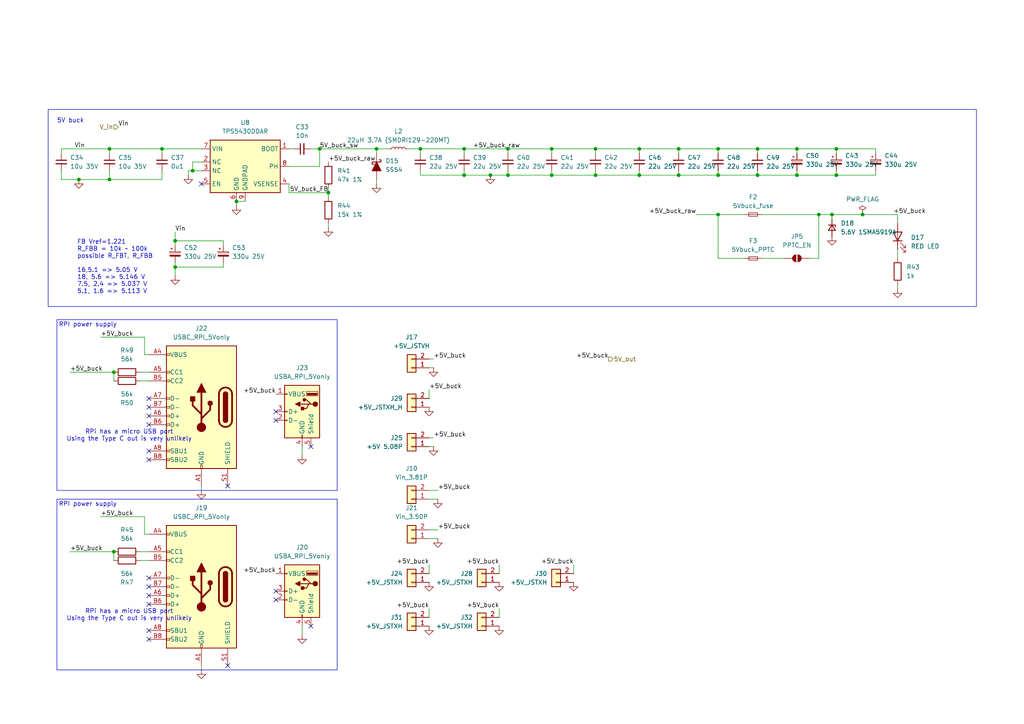
<source format=kicad_sch>
(kicad_sch (version 20231120) (generator "eeschema") (generator_version "8.0")
  (paper "A4")
  (title_block (title "PWRboard1") (date "2025-05-04") (rev "1.0") (company "NTURacing Team") (comment 1 "Jack Kuo"))
  (lib_symbols
    (symbol "Connector:USB_A" (pin_names (offset 1.016))
      (property "Reference" "J" (at -5.08 11.43 0))
      (property "Value" "USB_A" (at -5.08 8.89 0))
      (symbol "USB_A_0_1"
        (rectangle (start -5.08 -7.62) (end 5.08 7.62) (stroke (width 0.254)) (fill (type background)))
        (circle (center -3.81 2.159) (radius 0.635) (stroke (width 0.254)) (fill (type outline)))
        (rectangle (start -1.524 4.826) (end -4.318 5.334) (fill (type outline)))
        (rectangle (start -1.27 4.572) (end -4.572 5.842))
        (circle (center -0.635 3.429) (radius 0.381) (stroke (width 0.254)) (fill (type outline)))
        (rectangle (start -0.127 -7.62) (end 0.127 -6.858))
        (polyline (pts (xy -3.175 2.159) (xy -2.54 2.159) (xy -1.27 3.429) (xy -0.635 3.429)) (stroke (width 0.254)))
        (polyline (pts (xy -2.54 2.159) (xy -1.905 2.159) (xy -1.27 0.889) (xy 0 0.889)) (stroke (width 0.254)))
        (polyline (pts (xy 0.635 2.794) (xy 0.635 1.524) (xy 1.905 2.159) (xy 0.635 2.794)) (stroke (width 0.254)) (fill (type outline)))
        (rectangle (start 0.254 1.27) (end -0.508 0.508) (stroke (width 0.254)) (fill (type outline)))
        (rectangle (start 5.08 -2.667) (end 4.318 -2.413))
        (rectangle (start 5.08 -0.127) (end 4.318 0.127))
        (rectangle (start 5.08 4.953) (end 4.318 5.207))
      )
      (symbol "USB_A_1_1"
        (polyline (pts (xy -1.905 2.159) (xy 0.635 2.159)) (stroke (width 0.254)))
        (pin power_in line (at 7.62 5.08 180) (length 2.54) (name "VBUS") (number "1"))
        (pin bidirectional line (at 7.62 -2.54 180) (length 2.54) (name "D-") (number "2"))
        (pin bidirectional line (at 7.62 0 180) (length 2.54) (name "D+") (number "3"))
        (pin power_in line (at 0 -10.16 90) (length 2.54) (name "GND") (number "4"))
        (pin passive line (at -2.54 -10.16 90) (length 2.54) (name "Shield") (number "5"))
      )
    )
    (symbol "Connector:USB_C_Receptacle_USB2.0_16P" (pin_names (offset 1.016))
      (property "Reference" "J" (at 0 22.225 0))
      (property "Value" "USB_C_Receptacle_USB2.0_16P" (at 0 19.685 0))
      (symbol "USB_C_Receptacle_USB2.0_16P_0_0"
        (rectangle (start -0.254 -17.78) (end 0.254 -16.764))
        (rectangle (start 10.16 -14.986) (end 9.144 -15.494))
        (rectangle (start 10.16 -12.446) (end 9.144 -12.954))
        (rectangle (start 10.16 -4.826) (end 9.144 -5.334))
        (rectangle (start 10.16 -2.286) (end 9.144 -2.794))
        (rectangle (start 10.16 0.254) (end 9.144 -0.254))
        (rectangle (start 10.16 2.794) (end 9.144 2.286))
        (rectangle (start 10.16 7.874) (end 9.144 7.366))
        (rectangle (start 10.16 10.414) (end 9.144 9.906))
        (rectangle (start 10.16 15.494) (end 9.144 14.986))
      )
      (symbol "USB_C_Receptacle_USB2.0_16P_0_1"
        (rectangle (start -10.16 17.78) (end 10.16 -17.78) (stroke (width 0.254)) (fill (type background)))
        (arc (start -8.89 -3.81) (mid -6.985 -5.7067) (end -5.08 -3.81) (stroke (width 0.508)))
        (arc (start -7.62 -3.81) (mid -6.985 -4.4423) (end -6.35 -3.81) (stroke (width 0.254)))
        (arc (start -7.62 -3.81) (mid -6.985 -4.4423) (end -6.35 -3.81) (stroke (width 0.254)) (fill (type outline)))
        (rectangle (start -7.62 -3.81) (end -6.35 3.81) (stroke (width 0.254)) (fill (type outline)))
        (arc (start -6.35 3.81) (mid -6.985 4.4423) (end -7.62 3.81) (stroke (width 0.254)))
        (arc (start -6.35 3.81) (mid -6.985 4.4423) (end -7.62 3.81) (stroke (width 0.254)) (fill (type outline)))
        (arc (start -5.08 3.81) (mid -6.985 5.7067) (end -8.89 3.81) (stroke (width 0.508)))
        (circle (center -2.54 1.143) (radius 0.635) (stroke (width 0.254)) (fill (type outline)))
        (circle (center 0 -5.842) (radius 1.27) (fill (type outline)))
        (polyline (pts (xy -8.89 -3.81) (xy -8.89 3.81)) (stroke (width 0.508)))
        (polyline (pts (xy -5.08 3.81) (xy -5.08 -3.81)) (stroke (width 0.508)))
        (polyline (pts (xy 0 -5.842) (xy 0 4.318)) (stroke (width 0.508)))
        (polyline (pts (xy 0 -3.302) (xy -2.54 -0.762) (xy -2.54 0.508)) (stroke (width 0.508)))
        (polyline (pts (xy 0 -2.032) (xy 2.54 0.508) (xy 2.54 1.778)) (stroke (width 0.508)))
        (polyline (pts (xy -1.27 4.318) (xy 0 6.858) (xy 1.27 4.318) (xy -1.27 4.318)) (stroke (width 0.254)) (fill (type outline)))
        (rectangle (start 1.905 1.778) (end 3.175 3.048) (stroke (width 0.254)) (fill (type outline)))
      )
      (symbol "USB_C_Receptacle_USB2.0_16P_1_1"
        (pin passive line (at 0 -22.86 90) (length 5.08) (name "GND") (number "A1"))
        (pin passive line (at 0 -22.86 90) (length 5.08) hide (name "GND") (number "A12"))
        (pin passive line (at 15.24 15.24 180) (length 5.08) (name "VBUS") (number "A4"))
        (pin bidirectional line (at 15.24 10.16 180) (length 5.08) (name "CC1") (number "A5"))
        (pin bidirectional line (at 15.24 -2.54 180) (length 5.08) (name "D+") (number "A6"))
        (pin bidirectional line (at 15.24 2.54 180) (length 5.08) (name "D-") (number "A7"))
        (pin bidirectional line (at 15.24 -12.7 180) (length 5.08) (name "SBU1") (number "A8"))
        (pin passive line (at 15.24 15.24 180) (length 5.08) hide (name "VBUS") (number "A9"))
        (pin passive line (at 0 -22.86 90) (length 5.08) hide (name "GND") (number "B1"))
        (pin passive line (at 0 -22.86 90) (length 5.08) hide (name "GND") (number "B12"))
        (pin passive line (at 15.24 15.24 180) (length 5.08) hide (name "VBUS") (number "B4"))
        (pin bidirectional line (at 15.24 7.62 180) (length 5.08) (name "CC2") (number "B5"))
        (pin bidirectional line (at 15.24 -5.08 180) (length 5.08) (name "D+") (number "B6"))
        (pin bidirectional line (at 15.24 0 180) (length 5.08) (name "D-") (number "B7"))
        (pin bidirectional line (at 15.24 -15.24 180) (length 5.08) (name "SBU2") (number "B8"))
        (pin passive line (at 15.24 15.24 180) (length 5.08) hide (name "VBUS") (number "B9"))
        (pin passive line (at -7.62 -22.86 90) (length 5.08) (name "SHIELD") (number "S1"))
      )
    )
    (symbol "Connector_Generic:Conn_01x02" (pin_names (offset 1.016) hide)
      (property "Reference" "J" (at 0 2.54 0))
      (property "Value" "Conn_01x02" (at 0 -5.08 0))
      (symbol "Conn_01x02_1_1"
        (rectangle (start -1.27 -2.413) (end 0 -2.667) (stroke (width 0.1524)))
        (rectangle (start -1.27 0.127) (end 0 -0.127) (stroke (width 0.1524)))
        (rectangle (start -1.27 1.27) (end 1.27 -3.81) (stroke (width 0.254)) (fill (type background)))
        (pin passive line (at -5.08 0 0) (length 3.81) (name "Pin_1") (number "1"))
        (pin passive line (at -5.08 -2.54 0) (length 3.81) (name "Pin_2") (number "2"))
      )
    )
    (symbol "Device:C_Polarized_Small" (pin_numbers hide) (pin_names (offset 0.254) hide)
      (property "Reference" "C" (at 0.254 1.778 0))
      (property "Value" "C_Polarized_Small" (at 0.254 -2.032 0))
      (symbol "C_Polarized_Small_0_1"
        (rectangle (start -1.524 -0.3048) (end 1.524 -0.6858) (fill (type outline)))
        (rectangle (start -1.524 0.6858) (end 1.524 0.3048))
        (polyline (pts (xy -1.27 1.524) (xy -0.762 1.524)))
        (polyline (pts (xy -1.016 1.27) (xy -1.016 1.778)))
      )
      (symbol "C_Polarized_Small_1_1"
        (pin passive line (at 0 2.54 270) (length 1.8542) (name "~") (number "1"))
        (pin passive line (at 0 -2.54 90) (length 1.8542) (name "~") (number "2"))
      )
    )
    (symbol "Device:C_Small" (pin_numbers hide) (pin_names (offset 0.254) hide)
      (property "Reference" "C" (at 0.254 1.778 0))
      (property "Value" "C_Small" (at 0.254 -2.032 0))
      (symbol "C_Small_0_1"
        (polyline (pts (xy -1.524 -0.508) (xy 1.524 -0.508)) (stroke (width 0.3302)))
        (polyline (pts (xy -1.524 0.508) (xy 1.524 0.508)) (stroke (width 0.3048)))
      )
      (symbol "C_Small_1_1"
        (pin passive line (at 0 2.54 270) (length 2.032) (name "~") (number "1"))
        (pin passive line (at 0 -2.54 90) (length 2.032) (name "~") (number "2"))
      )
    )
    (symbol "Device:D_Zener_Small" (pin_numbers hide) (pin_names (offset 0.254) hide)
      (property "Reference" "D" (at 0 2.286 0))
      (property "Value" "D_Zener_Small" (at 0 -2.286 0))
      (symbol "D_Zener_Small_0_1"
        (polyline (pts (xy 0.762 0) (xy -0.762 0)))
        (polyline (pts (xy -0.254 1.016) (xy -0.762 1.016) (xy -0.762 -1.016)) (stroke (width 0.254)))
        (polyline (pts (xy 0.762 1.016) (xy -0.762 0) (xy 0.762 -1.016) (xy 0.762 1.016)) (stroke (width 0.254)))
      )
      (symbol "D_Zener_Small_1_1"
        (pin passive line (at -2.54 0 0) (length 1.778) (name "K") (number "1"))
        (pin passive line (at 2.54 0 180) (length 1.778) (name "A") (number "2"))
      )
    )
    (symbol "Device:Fuse_Small" (pin_numbers hide) (pin_names (offset 0.254) hide)
      (property "Reference" "F" (at 0 -1.524 0))
      (property "Value" "Fuse_Small" (at 0 1.524 0))
      (symbol "Fuse_Small_0_1"
        (rectangle (start -1.27 0.508) (end 1.27 -0.508))
        (polyline (pts (xy -1.27 0) (xy 1.27 0)))
      )
      (symbol "Fuse_Small_1_1"
        (pin passive line (at -2.54 0 0) (length 1.27) (name "~") (number "1"))
        (pin passive line (at 2.54 0 180) (length 1.27) (name "~") (number "2"))
      )
    )
    (symbol "Device:LED" (pin_numbers hide) (pin_names (offset 1.016) hide)
      (property "Reference" "D" (at 0 2.54 0))
      (property "Value" "LED" (at 0 -2.54 0))
      (symbol "LED_0_1"
        (polyline (pts (xy -1.27 -1.27) (xy -1.27 1.27)) (stroke (width 0.254)))
        (polyline (pts (xy -1.27 0) (xy 1.27 0)))
        (polyline (pts (xy 1.27 -1.27) (xy 1.27 1.27) (xy -1.27 0) (xy 1.27 -1.27)) (stroke (width 0.254)))
        (polyline (pts (xy -3.048 -0.762) (xy -4.572 -2.286) (xy -3.81 -2.286) (xy -4.572 -2.286) (xy -4.572 -1.524)))
        (polyline (pts (xy -1.778 -0.762) (xy -3.302 -2.286) (xy -2.54 -2.286) (xy -3.302 -2.286) (xy -3.302 -1.524)))
      )
      (symbol "LED_1_1"
        (pin passive line (at -3.81 0 0) (length 2.54) (name "K") (number "1"))
        (pin passive line (at 3.81 0 180) (length 2.54) (name "A") (number "2"))
      )
    )
    (symbol "Device:L_Small" (pin_numbers hide) (pin_names (offset 0.254) hide)
      (property "Reference" "L" (at 0.762 1.016 0))
      (property "Value" "L_Small" (at 0.762 -1.016 0))
      (symbol "L_Small_0_1"
        (arc (start 0 -2.032) (mid 0.5058 -1.524) (end 0 -1.016))
        (arc (start 0 -1.016) (mid 0.5058 -0.508) (end 0 0))
        (arc (start 0 0) (mid 0.5058 0.508) (end 0 1.016))
        (arc (start 0 1.016) (mid 0.5058 1.524) (end 0 2.032))
      )
      (symbol "L_Small_1_1"
        (pin passive line (at 0 2.54 270) (length 0.508) (name "~") (number "1"))
        (pin passive line (at 0 -2.54 90) (length 0.508) (name "~") (number "2"))
      )
    )
    (symbol "Device:R" (pin_numbers hide) (pin_names (offset 0))
      (property "Reference" "R" (at 2.032 0 90))
      (property "Value" "R" (at 0 0 90))
      (symbol "R_0_1"
        (rectangle (start -1.016 -2.54) (end 1.016 2.54) (stroke (width 0.254)))
      )
      (symbol "R_1_1"
        (pin passive line (at 0 3.81 270) (length 1.27) (name "~") (number "1"))
        (pin passive line (at 0 -3.81 90) (length 1.27) (name "~") (number "2"))
      )
    )
    (symbol "Jumper:SolderJumper_2_Open" (pin_numbers hide) (pin_names (offset 0) hide) (exclude_from_sim yes) (in_bom no)
      (property "Reference" "JP" (at 0 2.032 0))
      (property "Value" "SolderJumper_2_Open" (at 0 -2.54 0))
      (symbol "SolderJumper_2_Open_0_1"
        (arc (start -0.254 1.016) (mid -1.2656 0) (end -0.254 -1.016))
        (arc (start -0.254 1.016) (mid -1.2656 0) (end -0.254 -1.016) (fill (type outline)))
        (polyline (pts (xy -0.254 1.016) (xy -0.254 -1.016)))
        (polyline (pts (xy 0.254 1.016) (xy 0.254 -1.016)))
        (arc (start 0.254 -1.016) (mid 1.2656 0) (end 0.254 1.016))
        (arc (start 0.254 -1.016) (mid 1.2656 0) (end 0.254 1.016) (fill (type outline)))
      )
      (symbol "SolderJumper_2_Open_1_1"
        (pin passive line (at -3.81 0 0) (length 2.54) (name "A") (number "1"))
        (pin passive line (at 3.81 0 180) (length 2.54) (name "B") (number "2"))
      )
    )
    (symbol "PCM_Diode_Schottky_AKL:SS54" (pin_numbers hide) (pin_names (offset 1.016) hide)
      (property "Reference" "D" (at 0 5.08 0))
      (property "Value" "SS54" (at 0 2.54 0))
      (symbol "SS54_0_1"
        (polyline (pts (xy -1.27 0) (xy 1.27 0)))
        (polyline (pts (xy -1.27 -1.27) (xy -1.27 1.27) (xy 1.27 0) (xy -1.27 -1.27)) (stroke (width 0.254)) (fill (type outline)))
        (polyline (pts (xy 1.905 -0.762) (xy 1.905 -1.27) (xy 1.27 -1.27) (xy 1.27 1.27) (xy 0.635 1.27) (xy 0.635 0.762)) (stroke (width 0.254)))
      )
      (symbol "SS54_0_2"
        (polyline (pts (xy -2.54 -2.54) (xy 2.54 2.54)))
        (polyline (pts (xy 0 1.778) (xy 1.778 0)) (stroke (width 0.254)))
        (polyline (pts (xy 0 1.778) (xy -0.381 1.397) (xy 0 1.016)) (stroke (width 0.254)))
        (polyline (pts (xy 1.778 0) (xy 2.159 0.381) (xy 1.778 0.762)) (stroke (width 0.254)))
        (polyline (pts (xy -0.889 -0.889) (xy -1.778 0) (xy 0.889 0.889) (xy 0 -1.778) (xy -0.889 -0.889)) (stroke (width 0.254)) (fill (type outline)))
      )
      (symbol "SS54_1_1"
        (pin passive line (at 3.81 0 180) (length 2.54) (name "K") (number "1"))
        (pin passive line (at -3.81 0 0) (length 2.54) (name "A") (number "2"))
      )
      (symbol "SS54_1_2"
        (pin passive line (at 2.54 2.54 180) (length 0) (name "K") (number "1"))
        (pin passive line (at -2.54 -2.54 0) (length 0) (name "A") (number "2"))
      )
    )
    (symbol "nturt_kicad_lib_EP6:TPS5430DDAR"
      (property "Reference" "U" (at -10.16 8.89 0))
      (property "Value" "TPS5430DDAR" (at -1.27 8.89 0))
      (symbol "TPS5430DDAR_0_1"
        (rectangle (start -10.16 7.62) (end 10.16 -7.62) (stroke (width 0.254)) (fill (type background)))
      )
      (symbol "TPS5430DDAR_1_1"
        (pin input line (at 12.7 5.08 180) (length 2.54) (name "BOOT") (number "1"))
        (pin free line (at -12.7 1.27 0) (length 2.54) (name "NC") (number "2"))
        (pin free line (at -12.7 -1.27 0) (length 2.54) (name "NC") (number "3"))
        (pin input line (at 12.7 -5.08 180) (length 2.54) (name "VSENSE") (number "4"))
        (pin input line (at -12.7 -5.08 0) (length 2.54) (name "EN") (number "5"))
        (pin power_in line (at -2.54 -10.16 90) (length 2.54) (name "GND") (number "6"))
        (pin power_in line (at -12.7 5.08 0) (length 2.54) (name "VIN") (number "7"))
        (pin output line (at 12.7 0 180) (length 2.54) (name "PH") (number "8"))
        (pin power_in line (at 0 -10.16 90) (length 2.54) (name "GNDPAD") (number "9"))
      )
    )
    (symbol "power:GND" (power) (pin_numbers hide) (pin_names (offset 0) hide)
      (property "Value" "GND" (at 0 -3.81 0))
      (symbol "GND_0_1"
        (polyline (pts (xy 0 0) (xy 0 -1.27) (xy 1.27 -1.27) (xy 0 -2.54) (xy -1.27 -1.27) (xy 0 -1.27)))
      )
      (symbol "GND_1_1"
        (pin power_in line (at 0 0 270) (length 0) (name "~") (number "1"))
      )
    )
    (symbol "power:PWR_FLAG" (power) (pin_numbers hide) (pin_names (offset 0) hide)
      (property "Value" "PWR_FLAG" (at 0 3.81 0))
      (symbol "PWR_FLAG_0_0"
        (pin power_out line (at 0 0 90) (length 0) (name "~") (number "1"))
      )
      (symbol "PWR_FLAG_0_1"
        (polyline (pts (xy 0 0) (xy 0 1.27) (xy -1.016 1.905) (xy 0 2.54) (xy 1.016 1.905) (xy 0 1.27)))
      )
    )
  )
  (junction (at 242.57 50.8))
  (junction (at 22.86 52.07))
  (junction (at 68.58 58.42))
  (junction (at 95.25 55.88))
  (junction (at 147.32 50.8))
  (junction (at 46.99 43.18))
  (junction (at 134.62 50.8))
  (junction (at 109.22 43.18))
  (junction (at 219.71 50.8))
  (junction (at 219.71 43.18))
  (junction (at 31.75 43.18))
  (junction (at 208.28 50.8))
  (junction (at 134.62 43.18))
  (junction (at 241.3 62.23))
  (junction (at 50.8 69.85))
  (junction (at 160.02 43.18))
  (junction (at 185.42 43.18))
  (junction (at 160.02 50.8))
  (junction (at 237.49 62.23))
  (junction (at 208.28 43.18))
  (junction (at 208.28 62.23))
  (junction (at 55.88 49.53))
  (junction (at 121.92 43.18))
  (junction (at 231.14 50.8))
  (junction (at 50.8 77.47))
  (junction (at 92.71 43.18))
  (junction (at 185.42 50.8))
  (junction (at 231.14 43.18))
  (junction (at 147.32 43.18))
  (junction (at 242.57 43.18))
  (junction (at 172.72 43.18))
  (junction (at 33.02 107.95))
  (junction (at 142.24 50.8))
  (junction (at 196.85 50.8))
  (junction (at 33.02 160.02))
  (junction (at 196.85 43.18))
  (junction (at 31.75 52.07))
  (junction (at 172.72 50.8))
  (junction (at 250.19 62.23))
  (no_connect (at 43.18 118.11))
  (no_connect (at 43.18 130.81))
  (no_connect (at 66.04 140.97))
  (no_connect (at 43.18 120.65))
  (no_connect (at 43.18 185.42))
  (no_connect (at 43.18 167.64))
  (no_connect (at 80.01 173.99))
  (no_connect (at 58.42 53.34))
  (no_connect (at 80.01 171.45))
  (no_connect (at 43.18 115.57))
  (no_connect (at 43.18 182.88))
  (no_connect (at 43.18 133.35))
  (no_connect (at 90.17 181.61))
  (no_connect (at 80.01 121.92))
  (no_connect (at 43.18 172.72))
  (no_connect (at 43.18 175.26))
  (no_connect (at 43.18 123.19))
  (no_connect (at 43.18 170.18))
  (no_connect (at 90.17 129.54))
  (no_connect (at 80.01 119.38))
  (no_connect (at 66.04 193.04))
  (wire (pts (xy 242.57 50.8) (xy 231.14 50.8)))
  (wire (pts (xy 17.78 44.45) (xy 17.78 43.18)))
  (wire (pts (xy 208.28 49.53) (xy 208.28 50.8)))
  (wire (pts (xy 46.99 43.18) (xy 58.42 43.18)))
  (wire (pts (xy 58.42 140.97) (xy 58.42 142.24)))
  (wire (pts (xy 124.46 163.83) (xy 124.46 166.37)))
  (wire (pts (xy 134.62 44.45) (xy 134.62 43.18)))
  (wire (pts (xy 196.85 49.53) (xy 196.85 50.8)))
  (wire (pts (xy 160.02 49.53) (xy 160.02 50.8)))
  (wire (pts (xy 54.61 49.53) (xy 55.88 49.53)))
  (wire (pts (xy 87.63 184.15) (xy 87.63 181.61)))
  (wire (pts (xy 160.02 44.45) (xy 160.02 43.18)))
  (wire (pts (xy 40.64 107.95) (xy 43.18 107.95)))
  (wire (pts (xy 95.25 54.61) (xy 95.25 55.88)))
  (wire (pts (xy 260.35 62.23) (xy 260.35 64.77)))
  (wire (pts (xy 127 142.24) (xy 124.46 142.24)))
  (wire (pts (xy 124.46 129.54) (xy 125.73 129.54)))
  (wire (pts (xy 68.58 59.69) (xy 68.58 58.42)))
  (wire (pts (xy 166.37 163.83) (xy 166.37 166.37)))
  (wire (pts (xy 33.02 162.56) (xy 33.02 160.02)))
  (wire (pts (xy 17.78 52.07) (xy 17.78 49.53)))
  (wire (pts (xy 41.91 149.86) (xy 41.91 154.94)))
  (wire (pts (xy 134.62 50.8) (xy 134.62 49.53)))
  (wire (pts (xy 83.82 43.18) (xy 85.09 43.18)))
  (wire (pts (xy 33.02 110.49) (xy 33.02 107.95)))
  (wire (pts (xy 260.35 74.93) (xy 260.35 72.39)))
  (wire (pts (xy 124.46 104.14) (xy 125.73 104.14)))
  (wire (pts (xy 109.22 44.45) (xy 109.22 43.18)))
  (wire (pts (xy 242.57 43.18) (xy 254 43.18)))
  (wire (pts (xy 160.02 50.8) (xy 147.32 50.8)))
  (wire (pts (xy 234.95 74.93) (xy 237.49 74.93)))
  (wire (pts (xy 160.02 43.18) (xy 172.72 43.18)))
  (wire (pts (xy 242.57 43.18) (xy 242.57 44.45)))
  (wire (pts (xy 127 144.78) (xy 124.46 144.78)))
  (wire (pts (xy 83.82 48.26) (xy 92.71 48.26)))
  (wire (pts (xy 54.61 50.8) (xy 54.61 49.53)))
  (wire (pts (xy 196.85 43.18) (xy 208.28 43.18)))
  (wire (pts (xy 250.19 62.23) (xy 241.3 62.23)))
  (wire (pts (xy 17.78 52.07) (xy 22.86 52.07)))
  (wire (pts (xy 208.28 50.8) (xy 196.85 50.8)))
  (wire (pts (xy 109.22 53.34) (xy 109.22 52.07)))
  (wire (pts (xy 50.8 76.2) (xy 50.8 77.47)))
  (wire (pts (xy 124.46 106.68) (xy 125.73 106.68)))
  (wire (pts (xy 90.17 43.18) (xy 92.71 43.18)))
  (wire (pts (xy 220.98 62.23) (xy 237.49 62.23)))
  (wire (pts (xy 58.42 46.99) (xy 55.88 46.99)))
  (wire (pts (xy 172.72 50.8) (xy 160.02 50.8)))
  (wire (pts (xy 147.32 50.8) (xy 142.24 50.8)))
  (wire (pts (xy 50.8 69.85) (xy 64.77 69.85)))
  (wire (pts (xy 208.28 43.18) (xy 219.71 43.18)))
  (wire (pts (xy 118.11 43.18) (xy 121.92 43.18)))
  (wire (pts (xy 20.32 107.95) (xy 33.02 107.95)))
  (wire (pts (xy 219.71 44.45) (xy 219.71 43.18)))
  (wire (pts (xy 208.28 62.23) (xy 215.9 62.23)))
  (wire (pts (xy 68.58 58.42) (xy 71.12 58.42)))
  (wire (pts (xy 58.42 193.04) (xy 58.42 194.31)))
  (wire (pts (xy 50.8 77.47) (xy 50.8 80.01)))
  (wire (pts (xy 219.71 43.18) (xy 231.14 43.18)))
  (wire (pts (xy 127 153.67) (xy 124.46 153.67)))
  (wire (pts (xy 92.71 43.18) (xy 109.22 43.18)))
  (wire (pts (xy 31.75 43.18) (xy 31.75 44.45)))
  (wire (pts (xy 50.8 69.85) (xy 50.8 71.12)))
  (wire (pts (xy 201.93 62.23) (xy 208.28 62.23)))
  (wire (pts (xy 40.64 110.49) (xy 43.18 110.49)))
  (wire (pts (xy 64.77 69.85) (xy 64.77 71.12)))
  (wire (pts (xy 46.99 49.53) (xy 46.99 52.07)))
  (wire (pts (xy 124.46 176.53) (xy 124.46 179.07)))
  (wire (pts (xy 134.62 43.18) (xy 147.32 43.18)))
  (wire (pts (xy 254 50.8) (xy 242.57 50.8)))
  (wire (pts (xy 241.3 62.23) (xy 241.3 63.5)))
  (wire (pts (xy 231.14 43.18) (xy 231.14 44.45)))
  (wire (pts (xy 64.77 77.47) (xy 50.8 77.47)))
  (wire (pts (xy 31.75 52.07) (xy 31.75 49.53)))
  (wire (pts (xy 41.91 97.79) (xy 41.91 102.87)))
  (wire (pts (xy 121.92 50.8) (xy 121.92 49.53)))
  (wire (pts (xy 254 43.18) (xy 254 44.45)))
  (wire (pts (xy 144.78 163.83) (xy 144.78 166.37)))
  (wire (pts (xy 83.82 55.88) (xy 83.82 53.34)))
  (wire (pts (xy 242.57 50.8) (xy 242.57 49.53)))
  (wire (pts (xy 127 156.21) (xy 124.46 156.21)))
  (wire (pts (xy 208.28 74.93) (xy 208.28 62.23)))
  (wire (pts (xy 237.49 74.93) (xy 237.49 62.23)))
  (wire (pts (xy 41.91 102.87) (xy 43.18 102.87)))
  (wire (pts (xy 185.42 49.53) (xy 185.42 50.8)))
  (wire (pts (xy 31.75 43.18) (xy 46.99 43.18)))
  (wire (pts (xy 95.25 55.88) (xy 95.25 57.15)))
  (wire (pts (xy 55.88 49.53) (xy 58.42 49.53)))
  (wire (pts (xy 95.25 66.04) (xy 95.25 64.77)))
  (wire (pts (xy 29.21 97.79) (xy 41.91 97.79)))
  (wire (pts (xy 22.86 52.07) (xy 31.75 52.07)))
  (wire (pts (xy 20.32 160.02) (xy 33.02 160.02)))
  (wire (pts (xy 185.42 43.18) (xy 196.85 43.18)))
  (wire (pts (xy 196.85 44.45) (xy 196.85 43.18)))
  (wire (pts (xy 231.14 50.8) (xy 219.71 50.8)))
  (wire (pts (xy 185.42 50.8) (xy 172.72 50.8)))
  (wire (pts (xy 147.32 50.8) (xy 147.32 49.53)))
  (wire (pts (xy 40.64 160.02) (xy 43.18 160.02)))
  (wire (pts (xy 46.99 52.07) (xy 31.75 52.07)))
  (wire (pts (xy 64.77 77.47) (xy 64.77 76.2)))
  (wire (pts (xy 46.99 44.45) (xy 46.99 43.18)))
  (wire (pts (xy 92.71 43.18) (xy 92.71 48.26)))
  (wire (pts (xy 17.78 43.18) (xy 31.75 43.18)))
  (wire (pts (xy 144.78 176.53) (xy 144.78 179.07)))
  (wire (pts (xy 40.64 162.56) (xy 43.18 162.56)))
  (wire (pts (xy 109.22 43.18) (xy 113.03 43.18)))
  (wire (pts (xy 254 50.8) (xy 254 49.53)))
  (wire (pts (xy 172.72 43.18) (xy 185.42 43.18)))
  (wire (pts (xy 55.88 46.99) (xy 55.88 49.53)))
  (wire (pts (xy 172.72 44.45) (xy 172.72 43.18)))
  (wire (pts (xy 196.85 50.8) (xy 185.42 50.8)))
  (wire (pts (xy 219.71 49.53) (xy 219.71 50.8)))
  (wire (pts (xy 208.28 44.45) (xy 208.28 43.18)))
  (wire (pts (xy 215.9 74.93) (xy 208.28 74.93)))
  (wire (pts (xy 231.14 43.18) (xy 242.57 43.18)))
  (wire (pts (xy 121.92 50.8) (xy 134.62 50.8)))
  (wire (pts (xy 134.62 50.8) (xy 142.24 50.8)))
  (wire (pts (xy 231.14 50.8) (xy 231.14 49.53)))
  (wire (pts (xy 121.92 43.18) (xy 134.62 43.18)))
  (wire (pts (xy 237.49 62.23) (xy 241.3 62.23)))
  (wire (pts (xy 172.72 49.53) (xy 172.72 50.8)))
  (wire (pts (xy 95.25 55.88) (xy 83.82 55.88)))
  (wire (pts (xy 147.32 43.18) (xy 160.02 43.18)))
  (wire (pts (xy 29.21 149.86) (xy 41.91 149.86)))
  (wire (pts (xy 219.71 50.8) (xy 208.28 50.8)))
  (wire (pts (xy 147.32 44.45) (xy 147.32 43.18)))
  (wire (pts (xy 260.35 83.82) (xy 260.35 82.55)))
  (wire (pts (xy 87.63 129.54) (xy 87.63 132.08)))
  (wire (pts (xy 124.46 113.03) (xy 124.46 115.57)))
  (wire (pts (xy 220.98 74.93) (xy 227.33 74.93)))
  (wire (pts (xy 50.8 67.31) (xy 50.8 69.85)))
  (wire (pts (xy 124.46 127) (xy 125.73 127)))
  (wire (pts (xy 250.19 62.23) (xy 260.35 62.23)))
  (wire (pts (xy 41.91 154.94) (xy 43.18 154.94)))
  (wire (pts (xy 121.92 44.45) (xy 121.92 43.18)))
  (wire (pts (xy 185.42 44.45) (xy 185.42 43.18)))
  (rectangle (start 16.51 144.78) (end 97.79 194.31))
  (rectangle (start 16.51 92.71) (end 97.79 142.24))
  (rectangle (start 13.97 31.75) (end 283.21 88.9))
  (text "RPi has a micro USB port\nUsing the Type C out is very unlikely" (at 37.465 178.435 0) (effects (font (size 1.27 1.27))))
  (text "5V buck" (at 16.51 35.814 0) (effects (font (size 1.27 1.27)) (justify left bottom)))
  (text "RPI power supply" (at 17.018 94.234 0) (effects (font (size 1.27 1.27)) (justify left)))
  (text "RPI power supply" (at 17.018 146.304 0) (effects (font (size 1.27 1.27)) (justify left)))
  (text "FB Vref=1.221\nR_FBB = 10k ~ 100k\npossible R_FBT, R_FBB\n\n16,5.1 => 5.05 V\n18, 5.6 => 5.146 V\n7.5, 2.4 => 5.037 V\n5.1, 1.6 => 5.113 V" (at 22.352 85.344 0) (effects (font (size 1.27 1.27)) (justify left bottom)))
  (text "RPi has a micro USB port\nUsing the Type C out is very unlikely" (at 37.465 126.365 0) (effects (font (size 1.27 1.27))))
  (label "+5V_buck_raw" (at 137.16 43.18 0))
  (label "+5V_buck_raw" (at 95.25 46.99 0))
  (label "+5V_buck" (at 144.78 176.53 180))
  (label "+5V_buck" (at 124.46 113.03 0))
  (label "+5V_buck" (at 80.01 114.3 180))
  (label "Vin" (at 50.8 67.31 0))
  (label "+5V_buck" (at 124.46 176.53 180))
  (label "+5V_buck" (at 166.37 163.83 180))
  (label "Vin" (at 21.59 43.18 0))
  (label "+5V_buck" (at 176.53 104.14 180))
  (label "+5V_buck" (at 125.73 104.14 0))
  (label "+5V_buck" (at 80.01 166.37 180))
  (label "Vin" (at 34.29 36.83 0))
  (label "+5V_buck" (at 20.32 107.95 0))
  (label "+5V_buck" (at 127 142.24 0))
  (label "5V_buck_sw" (at 92.71 43.18 0))
  (label "+5V_buck" (at 124.46 163.83 180))
  (label "+5V_buck_raw" (at 201.93 62.23 180))
  (label "+5V_buck" (at 29.21 97.79 0))
  (label "5V_buck_FB" (at 95.25 55.88 180))
  (label "+5V_buck" (at 29.21 149.86 0))
  (label "+5V_buck" (at 125.73 127 0))
  (label "+5V_buck" (at 259.08 62.23 0))
  (label "+5V_buck" (at 127 153.67 0))
  (label "+5V_buck" (at 20.32 160.02 0))
  (label "+5V_buck" (at 144.78 163.83 180))
  (hierarchical_label "5V_out" (shape output) (at 176.53 104.14 0))
  (hierarchical_label "V_in" (shape input) (at 34.29 36.83 180))
  (symbol (lib_id "Connector_Generic:Conn_01x02") (at 119.38 144.78 180) (unit 1)
    (property "Reference" "J10" (at 119.38 135.89 0))
    (property "Value" "Vin_3.81P" (at 119.38 138.43 0))
    (property "Footprint" "Connector_Phoenix_MC:PhoenixContact_MC_1,5_2-G-3.81_1x02_P3.81mm_Horizontal" (effects (hide yes)))
    (property "Description" "Generic connector, single row, 01x02, script generated (kicad-library-utils/schlib/autogen/connector/)" (effects (hide yes)))
  )
  (symbol (lib_id "power:GND") (at 87.63 184.15 0) (unit 1)
    (property "Reference" "#PWR087" (effects (hide yes)))
    (property "Value" "GND" (effects (hide yes)))
    (property "Description" "Power symbol creates a global label with name \"GND\" , ground" (effects (hide yes)))
  )
  (symbol (lib_id "Device:C_Polarized_Small") (at 50.8 73.66 0) (unit 1)
    (property "Reference" "C52" (at 53.34 71.8438 0) (effects (justify left)))
    (property "Value" "330u 25V" (at 53.34 74.3838 0) (effects (justify left)))
    (property "Footprint" "Capacitor_THT:CP_Radial_D8.0mm_P3.80mm" (effects (hide yes)))
    (property "Description" "Polarized capacitor, small symbol" (effects (hide yes)))
  )
  (symbol (lib_id "Device:Fuse_Small") (at 218.44 62.23 0) (unit 1)
    (property "Reference" "F2" (at 218.44 57.15 0))
    (property "Value" "5Vbuck_fuse" (at 218.44 59.69 0))
    (property "Footprint" "PCM_Fuse_AKL:Fuseholder_Cylinder-5x20mm_Stelvio-Kontek_PTF78_Horizontal_Open" (effects (hide yes)))
    (property "Description" "Fuse, small symbol" (effects (hide yes)))
  )
  (symbol (lib_id "Connector_Generic:Conn_01x02") (at 119.38 129.54 180) (unit 1)
    (property "Reference" "J25" (at 116.84 126.9999 0) (effects (justify left)))
    (property "Value" "+5V 5.08P" (at 116.84 129.5399 0) (effects (justify left)))
    (property "Footprint" "Connector_Phoenix_MSTB:PhoenixContact_MSTBA_2,5_2-G-5,08_1x02_P5.08mm_Horizontal" (effects (hide yes)))
    (property "Description" "Generic connector, single row, 01x02, script generated (kicad-library-utils/schlib/autogen/connector/)" (effects (hide yes)))
  )
  (symbol (lib_id "Connector_Generic:Conn_01x02") (at 161.29 168.91 180) (unit 1)
    (property "Reference" "J30" (at 158.75 166.3699 0) (effects (justify left)))
    (property "Value" "+5V_JSTXH" (at 158.75 168.9099 0) (effects (justify left)))
    (property "Footprint" "Connector_JST:JST_XH_B2B-XH-A_1x02_P2.50mm_Vertical" (effects (hide yes)))
    (property "Description" "Generic connector, single row, 01x02, script generated (kicad-library-utils/schlib/autogen/connector/)" (effects (hide yes)))
  )
  (symbol (lib_id "Connector_Generic:Conn_01x02") (at 139.7 168.91 180) (unit 1)
    (property "Reference" "J28" (at 137.16 166.3699 0) (effects (justify left)))
    (property "Value" "+5V_JSTXH" (at 137.16 168.9099 0) (effects (justify left)))
    (property "Footprint" "Connector_JST:JST_XH_B2B-XH-A_1x02_P2.50mm_Vertical" (effects (hide yes)))
    (property "Description" "Generic connector, single row, 01x02, script generated (kicad-library-utils/schlib/autogen/connector/)" (effects (hide yes)))
  )
  (symbol (lib_id "Device:C_Small") (at 46.99 46.99 180) (unit 1)
    (property "Reference" "C37" (at 49.53 45.7135 0) (effects (justify right)))
    (property "Value" "0u1" (at 49.53 48.2535 0) (effects (justify right)))
    (property "Footprint" "Capacitor_SMD:C_0603_1608Metric" (effects (hide yes)))
    (property "Description" "Unpolarized capacitor, small symbol" (effects (hide yes)))
  )
  (symbol (lib_id "power:PWR_FLAG") (at 250.19 62.23 0) (mirror y) (unit 1)
    (property "Reference" "#FLG03" (effects (hide yes)))
    (property "Value" "PWR_FLAG" (at 250.19 57.785 0))
    (property "Description" "Special symbol for telling ERC where power comes from" (effects (hide yes)))
  )
  (symbol (lib_id "power:GND") (at 125.73 106.68 0) (unit 1)
    (property "Reference" "#PWR083" (effects (hide yes)))
    (property "Value" "GND" (effects (hide yes)))
    (property "Description" "Power symbol creates a global label with name \"GND\" , ground" (effects (hide yes)))
  )
  (symbol (lib_id "power:GND") (at 144.78 168.91 0) (unit 1)
    (property "Reference" "#PWR021" (effects (hide yes)))
    (property "Value" "GND" (effects (hide yes)))
    (property "Description" "Power symbol creates a global label with name \"GND\" , ground" (effects (hide yes)))
  )
  (symbol (lib_id "Device:C_Polarized_Small") (at 254 46.99 0) (unit 1)
    (property "Reference" "C44" (at 256.54 45.1738 0) (effects (justify left)))
    (property "Value" "330u 25V" (at 256.54 47.7138 0) (effects (justify left)))
    (property "Footprint" "Capacitor_THT:CP_Radial_D8.0mm_P3.80mm" (effects (hide yes)))
    (property "Description" "Polarized capacitor, small symbol" (effects (hide yes)))
  )
  (symbol (lib_id "Device:C_Small") (at 31.75 46.99 0) (unit 1)
    (property "Reference" "C35" (at 34.29 45.7262 0) (effects (justify left)))
    (property "Value" "10u 35V" (at 34.29 48.2662 0) (effects (justify left)))
    (property "Footprint" "Capacitor_SMD:C_1206_3216Metric" (effects (hide yes)))
    (property "Description" "Unpolarized capacitor, small symbol" (effects (hide yes)))
  )
  (symbol (lib_id "Device:L_Small") (at 115.57 43.18 90) (unit 1)
    (property "Reference" "L2" (at 115.57 38.1 90))
    (property "Value" "22uH 3.7A (SMDRI129-220MT)" (at 115.57 40.64 90))
    (property "Footprint" "Inductor_SMD:L_Bourns_SRR1260" (effects (hide yes)))
    (property "Description" "Inductor, small symbol" (effects (hide yes)))
  )
  (symbol (lib_id "power:GND") (at 124.46 168.91 0) (unit 1)
    (property "Reference" "#PWR093" (effects (hide yes)))
    (property "Value" "GND" (effects (hide yes)))
    (property "Description" "Power symbol creates a global label with name \"GND\" , ground" (effects (hide yes)))
  )
  (symbol (lib_id "Device:R") (at 95.25 60.96 0) (unit 1)
    (property "Reference" "R44" (at 97.79 59.69 0) (effects (justify left)))
    (property "Value" "15k 1%" (at 97.79 62.23 0) (effects (justify left)))
    (property "Footprint" "Resistor_SMD:R_0603_1608Metric" (effects (hide yes)))
    (property "Description" "Resistor" (effects (hide yes)))
  )
  (symbol (lib_id "PCM_Diode_Schottky_AKL:SS54") (at 109.22 48.26 90) (unit 1)
    (property "Reference" "D15" (at 111.76 46.6724 90) (effects (justify right)))
    (property "Value" "SS54" (at 111.76 49.2124 90) (effects (justify right)))
    (property "Footprint" "Diode_SMD:D_SMA" (effects (hide yes)))
    (property "Datasheet" "https://www.laro.com.pl/pdf/ss56.pdf" (effects (hide yes)))
    (property "Description" "SMC Schottky diode, 40V, 5A, Alternate KiCAD Library" (effects (hide yes)))
  )
  (symbol (lib_id "Device:LED") (at 260.35 68.58 90) (unit 1)
    (property "Reference" "D17" (at 264.16 68.8975 90) (effects (justify right)))
    (property "Value" "RED LED" (at 264.16 71.4375 90) (effects (justify right)))
    (property "Footprint" "LED_SMD:LED_0603_1608Metric" (effects (hide yes)))
    (property "Description" "Light emitting diode" (effects (hide yes)))
  )
  (symbol (lib_id "Device:C_Small") (at 147.32 46.99 0) (unit 1)
    (property "Reference" "C40" (at 149.86 45.7262 0) (effects (justify left)))
    (property "Value" "22u 25V" (at 149.86 48.2662 0) (effects (justify left)))
    (property "Footprint" "Capacitor_SMD:C_1206_3216Metric" (effects (hide yes)))
    (property "Description" "Unpolarized capacitor, small symbol" (effects (hide yes)))
  )
  (symbol (lib_id "power:GND") (at 127 144.78 0) (unit 1)
    (property "Reference" "#PWR010" (effects (hide yes)))
    (property "Value" "GND" (effects (hide yes)))
    (property "Description" "Power symbol creates a global label with name \"GND\" , ground" (effects (hide yes)))
  )
  (symbol (lib_id "power:GND") (at 54.61 50.8 0) (unit 1)
    (property "Reference" "#PWR073" (effects (hide yes)))
    (property "Value" "GND" (effects (hide yes)))
    (property "Description" "Power symbol creates a global label with name \"GND\" , ground" (effects (hide yes)))
  )
  (symbol (lib_id "Device:C_Small") (at 160.02 46.99 0) (unit 1)
    (property "Reference" "C41" (at 162.56 45.7262 0) (effects (justify left)))
    (property "Value" "22u 25V" (at 162.56 48.2662 0) (effects (justify left)))
    (property "Footprint" "Capacitor_SMD:C_1206_3216Metric" (effects (hide yes)))
    (property "Description" "Unpolarized capacitor, small symbol" (effects (hide yes)))
  )
  (symbol (lib_id "Connector_Generic:Conn_01x02") (at 139.7 181.61 180) (unit 1)
    (property "Reference" "J32" (at 137.16 179.0699 0) (effects (justify left)))
    (property "Value" "+5V_JSTXH" (at 137.16 181.6099 0) (effects (justify left)))
    (property "Footprint" "Connector_JST:JST_XH_B2B-XH-A_1x02_P2.50mm_Vertical" (effects (hide yes)))
    (property "Description" "Generic connector, single row, 01x02, script generated (kicad-library-utils/schlib/autogen/connector/)" (effects (hide yes)))
  )
  (symbol (lib_id "Connector_Generic:Conn_01x02") (at 119.38 181.61 180) (unit 1)
    (property "Reference" "J31" (at 116.84 179.0699 0) (effects (justify left)))
    (property "Value" "+5V_JSTXH" (at 116.84 181.6099 0) (effects (justify left)))
    (property "Footprint" "Connector_JST:JST_XH_B2B-XH-A_1x02_P2.50mm_Vertical" (effects (hide yes)))
    (property "Description" "Generic connector, single row, 01x02, script generated (kicad-library-utils/schlib/autogen/connector/)" (effects (hide yes)))
  )
  (symbol (lib_id "power:GND") (at 241.3 68.58 0) (unit 1)
    (property "Reference" "#PWR077" (effects (hide yes)))
    (property "Value" "GND" (effects (hide yes)))
    (property "Description" "Power symbol creates a global label with name \"GND\" , ground" (effects (hide yes)))
  )
  (symbol (lib_id "power:GND") (at 109.22 53.34 0) (unit 1)
    (property "Reference" "#PWR076" (effects (hide yes)))
    (property "Value" "GND" (effects (hide yes)))
    (property "Description" "Power symbol creates a global label with name \"GND\" , ground" (effects (hide yes)))
  )
  (symbol (lib_id "power:GND") (at 142.24 50.8 0) (unit 1)
    (property "Reference" "#PWR074" (effects (hide yes)))
    (property "Value" "GND" (effects (hide yes)))
    (property "Description" "Power symbol creates a global label with name \"GND\" , ground" (effects (hide yes)))
  )
  (symbol (lib_id "Device:R") (at 36.83 160.02 90) (unit 1)
    (property "Reference" "R45" (at 36.83 153.67 90))
    (property "Value" "56k" (at 36.83 156.21 90))
    (property "Footprint" "Resistor_SMD:R_0402_1005Metric" (effects (hide yes)))
    (property "Description" "Resistor" (effects (hide yes)))
  )
  (symbol (lib_id "Device:R") (at 95.25 50.8 0) (unit 1)
    (property "Reference" "R41" (at 97.79 49.53 0) (effects (justify left)))
    (property "Value" "47k 1%" (at 97.79 52.07 0) (effects (justify left)))
    (property "Footprint" "Resistor_SMD:R_0603_1608Metric" (effects (hide yes)))
    (property "Description" "Resistor" (effects (hide yes)))
  )
  (symbol (lib_id "Device:C_Polarized_Small") (at 64.77 73.66 0) (unit 1)
    (property "Reference" "C53" (at 67.31 71.8438 0) (effects (justify left)))
    (property "Value" "330u 25V" (at 67.31 74.3838 0) (effects (justify left)))
    (property "Footprint" "Capacitor_THT:CP_Radial_D8.0mm_P3.80mm" (effects (hide yes)))
    (property "Description" "Polarized capacitor, small symbol" (effects (hide yes)))
  )
  (symbol (lib_id "Connector:USB_A") (at 87.63 171.45 0) (mirror y) (unit 1)
    (property "Reference" "J20" (at 87.63 158.75 0))
    (property "Value" "USBA_RPI_5Vonly" (at 87.63 161.29 0))
    (property "Footprint" "Connector_USB:USB_A_Molex_67643_Horizontal" (effects (hide yes)))
    (property "Description" "USB Type A connector" (effects (hide yes)))
  )
  (symbol (lib_id "Device:R") (at 36.83 107.95 90) (unit 1)
    (property "Reference" "R49" (at 36.83 101.6 90))
    (property "Value" "56k" (at 36.83 104.14 90))
    (property "Footprint" "Resistor_SMD:R_0402_1005Metric" (effects (hide yes)))
    (property "Description" "Resistor" (effects (hide yes)))
  )
  (symbol (lib_id "Device:Fuse_Small") (at 218.44 74.93 0) (unit 1)
    (property "Reference" "F3" (at 218.44 69.85 0))
    (property "Value" "5Vbuck_PPTC" (at 218.44 72.39 0))
    (property "Footprint" "Fuse:Fuse_1206_3216Metric" (effects (hide yes)))
    (property "Description" "Fuse, small symbol" (effects (hide yes)))
  )
  (symbol (lib_id "Device:C_Small") (at 134.62 46.99 0) (unit 1)
    (property "Reference" "C39" (at 137.16 45.7262 0) (effects (justify left)))
    (property "Value" "22u 25V" (at 137.16 48.2662 0) (effects (justify left)))
    (property "Footprint" "Capacitor_SMD:C_1206_3216Metric" (effects (hide yes)))
    (property "Description" "Unpolarized capacitor, small symbol" (effects (hide yes)))
  )
  (symbol (lib_id "power:GND") (at 166.37 168.91 0) (unit 1)
    (property "Reference" "#PWR022" (effects (hide yes)))
    (property "Value" "GND" (effects (hide yes)))
    (property "Description" "Power symbol creates a global label with name \"GND\" , ground" (effects (hide yes)))
  )
  (symbol (lib_id "Device:R") (at 36.83 162.56 90) (mirror x) (unit 1)
    (property "Reference" "R47" (at 36.83 168.91 90))
    (property "Value" "56k" (at 36.83 166.37 90))
    (property "Footprint" "Resistor_SMD:R_0402_1005Metric" (effects (hide yes)))
    (property "Description" "Resistor" (effects (hide yes)))
  )
  (symbol (lib_id "power:GND") (at 95.25 66.04 0) (unit 1)
    (property "Reference" "#PWR082" (effects (hide yes)))
    (property "Value" "GND" (effects (hide yes)))
    (property "Description" "Power symbol creates a global label with name \"GND\" , ground" (effects (hide yes)))
  )
  (symbol (lib_id "power:GND") (at 125.73 129.54 0) (unit 1)
    (property "Reference" "#PWR095" (effects (hide yes)))
    (property "Value" "GND" (effects (hide yes)))
    (property "Description" "Power symbol creates a global label with name \"GND\" , ground" (effects (hide yes)))
  )
  (symbol (lib_id "power:GND") (at 68.58 59.69 0) (unit 1)
    (property "Reference" "#PWR078" (effects (hide yes)))
    (property "Value" "GND" (effects (hide yes)))
    (property "Description" "Power symbol creates a global label with name \"GND\" , ground" (effects (hide yes)))
  )
  (symbol (lib_id "Connector:USB_A") (at 87.63 119.38 0) (mirror y) (unit 1)
    (property "Reference" "J23" (at 87.63 106.68 0))
    (property "Value" "USBA_RPI_5Vonly" (at 87.63 109.22 0))
    (property "Footprint" "Connector_USB:USB_A_Molex_67643_Horizontal" (effects (hide yes)))
    (property "Description" "USB Type A connector" (effects (hide yes)))
  )
  (symbol (lib_id "Connector:USB_C_Receptacle_USB2.0_16P") (at 58.42 170.18 0) (mirror y) (unit 1)
    (property "Reference" "J19" (at 58.42 147.32 0))
    (property "Value" "USBC_RPI_5Vonly" (at 58.42 149.86 0))
    (property "Footprint" "Connector_USB:USB_C_Receptacle_GCT_USB4105-xx-A_16P_TopMnt_Horizontal" (effects (hide yes)))
    (property "Datasheet" "https://www.usb.org/sites/default/files/documents/usb_type-c.zip" (effects (hide yes)))
    (property "Description" "USB 2.0-only 16P Type-C Receptacle connector" (effects (hide yes)))
  )
  (symbol (lib_id "Device:C_Small") (at 185.42 46.99 0) (unit 1)
    (property "Reference" "C46" (at 187.96 45.7262 0) (effects (justify left)))
    (property "Value" "22u 25V" (at 187.96 48.2662 0) (effects (justify left)))
    (property "Footprint" "Capacitor_SMD:C_1206_3216Metric" (effects (hide yes)))
    (property "Description" "Unpolarized capacitor, small symbol" (effects (hide yes)))
  )
  (symbol (lib_id "Device:C_Small") (at 219.71 46.99 0) (unit 1)
    (property "Reference" "C49" (at 222.25 45.7262 0) (effects (justify left)))
    (property "Value" "22u 25V" (at 222.25 48.2662 0) (effects (justify left)))
    (property "Footprint" "Capacitor_SMD:C_1206_3216Metric" (effects (hide yes)))
    (property "Description" "Unpolarized capacitor, small symbol" (effects (hide yes)))
  )
  (symbol (lib_id "nturt_kicad_lib_EP6:TPS5430DDAR") (at 71.12 48.26 0) (unit 1)
    (property "Reference" "U8" (at 71.12 35.56 0))
    (property "Value" "TPS5430DDAR" (at 71.12 38.1 0))
    (property "Footprint" "Package_SO:TI_SO-PowerPAD-8_ThermalVias" (effects (hide yes)))
    (property "Datasheet" "http://www.ti.com/lit/ds/symlink/tps5430.pdf" (effects (hide yes)))
    (property "Description" "3A, Step Down Swift Converter, Adjustable Output Voltage, 5.5-36V Input Voltage, PowerSO-8" (effects (hide yes)))
  )
  (symbol (lib_id "Connector_Generic:Conn_01x02") (at 119.38 118.11 180) (unit 1)
    (property "Reference" "J29" (at 116.84 115.5699 0) (effects (justify left)))
    (property "Value" "+5V_JSTXH_H" (at 116.84 118.1099 0) (effects (justify left)))
    (property "Footprint" "Connector_JST:JST_XH_S2B-XH-A_1x02_P2.50mm_Horizontal" (effects (hide yes)))
    (property "Description" "Generic connector, single row, 01x02, script generated (kicad-library-utils/schlib/autogen/connector/)" (effects (hide yes)))
  )
  (symbol (lib_id "power:GND") (at 124.46 181.61 0) (unit 1)
    (property "Reference" "#PWR023" (effects (hide yes)))
    (property "Value" "GND" (effects (hide yes)))
    (property "Description" "Power symbol creates a global label with name \"GND\" , ground" (effects (hide yes)))
  )
  (symbol (lib_id "Device:D_Zener_Small") (at 241.3 66.04 270) (unit 1)
    (property "Reference" "D18" (at 243.84 64.77 90) (effects (justify left)))
    (property "Value" "5.6V 1SMA5919A" (at 243.84 67.31 90) (effects (justify left)))
    (property "Footprint" "Diode_SMD:D_SMA" (effects (hide yes)))
    (property "Description" "Zener diode, small symbol" (effects (hide yes)))
  )
  (symbol (lib_id "Device:C_Polarized_Small") (at 231.14 46.99 0) (unit 1)
    (property "Reference" "C50" (at 233.68 45.1738 0) (effects (justify left)))
    (property "Value" "330u 25V" (at 233.68 47.7138 0) (effects (justify left)))
    (property "Footprint" "Capacitor_THT:CP_Radial_D8.0mm_P3.80mm" (effects (hide yes)))
    (property "Description" "Polarized capacitor, small symbol" (effects (hide yes)))
  )
  (symbol (lib_id "Device:R") (at 36.83 110.49 90) (mirror x) (unit 1)
    (property "Reference" "R50" (at 36.83 116.84 90))
    (property "Value" "56k" (at 36.83 114.3 90))
    (property "Footprint" "Resistor_SMD:R_0402_1005Metric" (effects (hide yes)))
    (property "Description" "Resistor" (effects (hide yes)))
  )
  (symbol (lib_id "power:GND") (at 50.8 80.01 0) (unit 1)
    (property "Reference" "#PWR0117" (effects (hide yes)))
    (property "Value" "GND" (effects (hide yes)))
    (property "Description" "Power symbol creates a global label with name \"GND\" , ground" (effects (hide yes)))
  )
  (symbol (lib_id "power:GND") (at 87.63 132.08 0) (unit 1)
    (property "Reference" "#PWR090" (effects (hide yes)))
    (property "Value" "GND" (effects (hide yes)))
    (property "Description" "Power symbol creates a global label with name \"GND\" , ground" (effects (hide yes)))
  )
  (symbol (lib_id "Connector_Generic:Conn_01x02") (at 119.38 106.68 180) (unit 1)
    (property "Reference" "J17" (at 119.38 97.79 0))
    (property "Value" "+5V_JSTVH" (at 119.38 100.33 0))
    (property "Footprint" "Connector_JST:JST_VH_B2P-VH_1x02_P3.96mm_Vertical" (effects (hide yes)))
    (property "Description" "Generic connector, single row, 01x02, script generated (kicad-library-utils/schlib/autogen/connector/)" (effects (hide yes)))
  )
  (symbol (lib_id "power:GND") (at 260.35 83.82 0) (unit 1)
    (property "Reference" "#PWR079" (effects (hide yes)))
    (property "Value" "GND" (effects (hide yes)))
    (property "Description" "Power symbol creates a global label with name \"GND\" , ground" (effects (hide yes)))
  )
  (symbol (lib_id "power:GND") (at 58.42 194.31 0) (unit 1)
    (property "Reference" "#PWR092" (effects (hide yes)))
    (property "Value" "GND" (effects (hide yes)))
    (property "Description" "Power symbol creates a global label with name \"GND\" , ground" (effects (hide yes)))
  )
  (symbol (lib_id "Device:C_Small") (at 87.63 43.18 90) (unit 1)
    (property "Reference" "C33" (at 87.6363 36.83 90))
    (property "Value" "10n" (at 87.6363 39.37 90))
    (property "Footprint" "Capacitor_SMD:C_0603_1608Metric" (effects (hide yes)))
    (property "Description" "Unpolarized capacitor, small symbol" (effects (hide yes)))
  )
  (symbol (lib_id "Connector_Generic:Conn_01x02") (at 119.38 156.21 180) (unit 1)
    (property "Reference" "J21" (at 119.38 147.32 0))
    (property "Value" "Vin_3.50P" (at 119.38 149.86 0))
    (property "Footprint" "Connector_Phoenix_MC:PhoenixContact_MC_1,5_2-G-3.5_1x02_P3.50mm_Horizontal" (effects (hide yes)))
    (property "Description" "Generic connector, single row, 01x02, script generated (kicad-library-utils/schlib/autogen/connector/)" (effects (hide yes)))
  )
  (symbol (lib_id "power:GND") (at 22.86 52.07 0) (unit 1)
    (property "Reference" "#PWR075" (effects (hide yes)))
    (property "Value" "GND" (effects (hide yes)))
    (property "Description" "Power symbol creates a global label with name \"GND\" , ground" (effects (hide yes)))
  )
  (symbol (lib_id "power:GND") (at 124.46 118.11 0) (unit 1)
    (property "Reference" "#PWR0118" (effects (hide yes)))
    (property "Value" "GND" (effects (hide yes)))
    (property "Description" "Power symbol creates a global label with name \"GND\" , ground" (effects (hide yes)))
  )
  (symbol (lib_id "Device:C_Small") (at 208.28 46.99 0) (unit 1)
    (property "Reference" "C48" (at 210.82 45.7262 0) (effects (justify left)))
    (property "Value" "22u 25V" (at 210.82 48.2662 0) (effects (justify left)))
    (property "Footprint" "Capacitor_SMD:C_1206_3216Metric" (effects (hide yes)))
    (property "Description" "Unpolarized capacitor, small symbol" (effects (hide yes)))
  )
  (symbol (lib_id "Device:C_Small") (at 121.92 46.99 0) (unit 1)
    (property "Reference" "C38" (at 124.46 45.7262 0) (effects (justify left)))
    (property "Value" "22u 25V" (at 124.46 48.2662 0) (effects (justify left)))
    (property "Footprint" "Capacitor_SMD:C_1206_3216Metric" (effects (hide yes)))
    (property "Description" "Unpolarized capacitor, small symbol" (effects (hide yes)))
  )
  (symbol (lib_id "power:GND") (at 127 156.21 0) (unit 1)
    (property "Reference" "#PWR020" (effects (hide yes)))
    (property "Value" "GND" (effects (hide yes)))
    (property "Description" "Power symbol creates a global label with name \"GND\" , ground" (effects (hide yes)))
  )
  (symbol (lib_id "power:GND") (at 58.42 142.24 0) (unit 1)
    (property "Reference" "#PWR094" (effects (hide yes)))
    (property "Value" "GND" (effects (hide yes)))
    (property "Description" "Power symbol creates a global label with name \"GND\" , ground" (effects (hide yes)))
  )
  (symbol (lib_id "Device:C_Small") (at 172.72 46.99 0) (unit 1)
    (property "Reference" "C42" (at 175.26 45.7262 0) (effects (justify left)))
    (property "Value" "22u 25V" (at 175.26 48.2662 0) (effects (justify left)))
    (property "Footprint" "Capacitor_SMD:C_1206_3216Metric" (effects (hide yes)))
    (property "Description" "Unpolarized capacitor, small symbol" (effects (hide yes)))
  )
  (symbol (lib_id "Connector_Generic:Conn_01x02") (at 119.38 168.91 180) (unit 1)
    (property "Reference" "J24" (at 116.84 166.3699 0) (effects (justify left)))
    (property "Value" "+5V_JSTXH" (at 116.84 168.9099 0) (effects (justify left)))
    (property "Footprint" "Connector_JST:JST_XH_B2B-XH-A_1x02_P2.50mm_Vertical" (effects (hide yes)))
    (property "Description" "Generic connector, single row, 01x02, script generated (kicad-library-utils/schlib/autogen/connector/)" (effects (hide yes)))
  )
  (symbol (lib_id "Device:C_Polarized_Small") (at 242.57 46.99 0) (unit 1)
    (property "Reference" "C43" (at 245.11 45.1738 0) (effects (justify left)))
    (property "Value" "330u 25V" (at 245.11 47.7138 0) (effects (justify left)))
    (property "Footprint" "Capacitor_THT:CP_Radial_D8.0mm_P3.80mm" (effects (hide yes)))
    (property "Description" "Polarized capacitor, small symbol" (effects (hide yes)))
  )
  (symbol (lib_id "Device:C_Small") (at 17.78 46.99 0) (unit 1)
    (property "Reference" "C34" (at 20.32 45.7262 0) (effects (justify left)))
    (property "Value" "10u 35V" (at 20.32 48.2662 0) (effects (justify left)))
    (property "Footprint" "Capacitor_SMD:C_1206_3216Metric" (effects (hide yes)))
    (property "Description" "Unpolarized capacitor, small symbol" (effects (hide yes)))
  )
  (symbol (lib_id "power:GND") (at 144.78 181.61 0) (unit 1)
    (property "Reference" "#PWR024" (effects (hide yes)))
    (property "Value" "GND" (effects (hide yes)))
    (property "Description" "Power symbol creates a global label with name \"GND\" , ground" (effects (hide yes)))
  )
  (symbol (lib_id "Connector:USB_C_Receptacle_USB2.0_16P") (at 58.42 118.11 0) (mirror y) (unit 1)
    (property "Reference" "J22" (at 58.42 95.25 0))
    (property "Value" "USBC_RPI_5Vonly" (at 58.42 97.79 0))
    (property "Footprint" "Connector_USB:USB_C_Receptacle_GCT_USB4105-xx-A_16P_TopMnt_Horizontal" (effects (hide yes)))
    (property "Datasheet" "https://www.usb.org/sites/default/files/documents/usb_type-c.zip" (effects (hide yes)))
    (property "Description" "USB 2.0-only 16P Type-C Receptacle connector" (effects (hide yes)))
  )
  (symbol (lib_id "Jumper:SolderJumper_2_Open") (at 231.14 74.93 0) (unit 1) (exclude_from_sim yes) (in_bom no)
    (property "Reference" "JP5" (at 231.14 68.58 0))
    (property "Value" "PPTC_EN" (at 231.14 71.12 0))
    (property "Footprint" "Jumper:SolderJumper-2_P1.3mm_Open_RoundedPad1.0x1.5mm" (effects (hide yes)))
    (property "Description" "Solder Jumper, 2-pole, open" (effects (hide yes)))
  )
  (symbol (lib_id "Device:R") (at 260.35 78.74 0) (unit 1)
    (property "Reference" "R43" (at 262.89 77.47 0) (effects (justify left)))
    (property "Value" "1k" (at 262.89 80.01 0) (effects (justify left)))
    (property "Footprint" "Resistor_SMD:R_0402_1005Metric" (effects (hide yes)))
    (property "Description" "Resistor" (effects (hide yes)))
  )
  (symbol (lib_id "Device:C_Small") (at 196.85 46.99 0) (unit 1)
    (property "Reference" "C47" (at 199.39 45.7262 0) (effects (justify left)))
    (property "Value" "22u 25V" (at 199.39 48.2662 0) (effects (justify left)))
    (property "Footprint" "Capacitor_SMD:C_1206_3216Metric" (effects (hide yes)))
    (property "Description" "Unpolarized capacitor, small symbol" (effects (hide yes)))
  )
)
</source>
